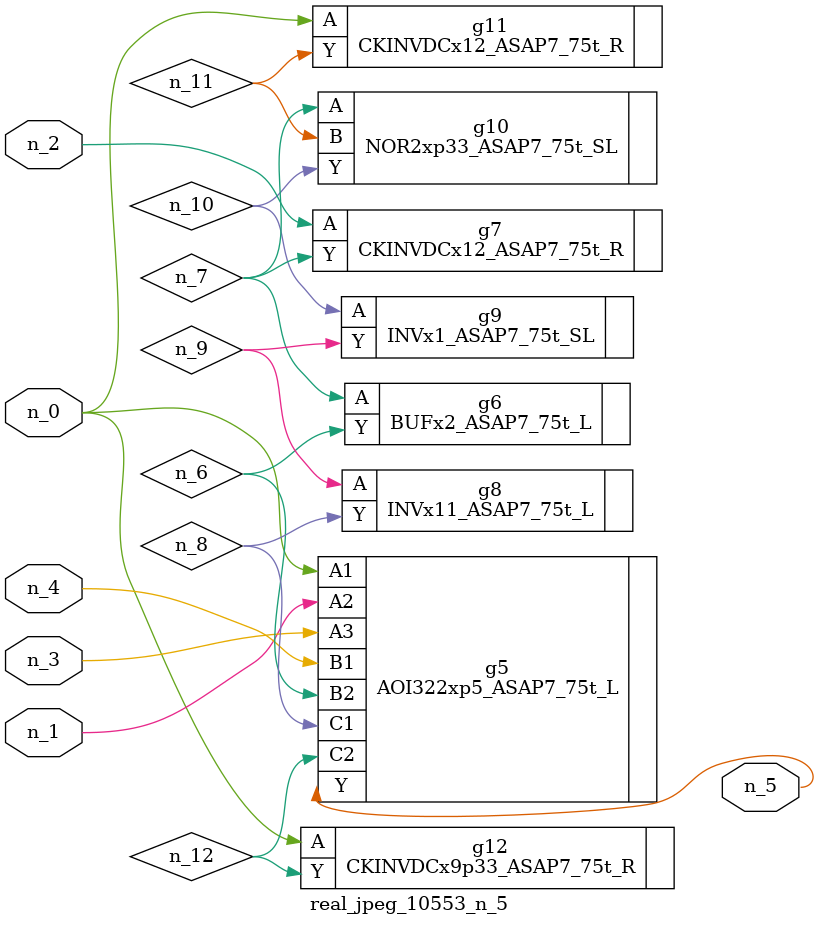
<source format=v>
module real_jpeg_10553_n_5 (n_4, n_0, n_1, n_2, n_3, n_5);

input n_4;
input n_0;
input n_1;
input n_2;
input n_3;

output n_5;

wire n_12;
wire n_8;
wire n_11;
wire n_6;
wire n_7;
wire n_10;
wire n_9;

AOI322xp5_ASAP7_75t_L g5 ( 
.A1(n_0),
.A2(n_1),
.A3(n_3),
.B1(n_4),
.B2(n_6),
.C1(n_8),
.C2(n_12),
.Y(n_5)
);

CKINVDCx12_ASAP7_75t_R g11 ( 
.A(n_0),
.Y(n_11)
);

CKINVDCx9p33_ASAP7_75t_R g12 ( 
.A(n_0),
.Y(n_12)
);

CKINVDCx12_ASAP7_75t_R g7 ( 
.A(n_2),
.Y(n_7)
);

BUFx2_ASAP7_75t_L g6 ( 
.A(n_7),
.Y(n_6)
);

NOR2xp33_ASAP7_75t_SL g10 ( 
.A(n_7),
.B(n_11),
.Y(n_10)
);

INVx11_ASAP7_75t_L g8 ( 
.A(n_9),
.Y(n_8)
);

INVx1_ASAP7_75t_SL g9 ( 
.A(n_10),
.Y(n_9)
);


endmodule
</source>
